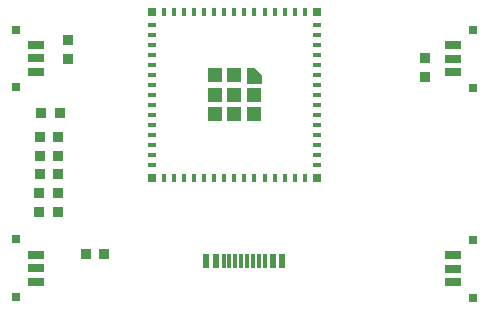
<source format=gtp>
%TF.GenerationSoftware,KiCad,Pcbnew,9.0.7*%
%TF.CreationDate,2026-02-16T08:00:12+01:00*%
%TF.ProjectId,misfits,6d697366-6974-4732-9e6b-696361645f70,1*%
%TF.SameCoordinates,Original*%
%TF.FileFunction,Paste,Top*%
%TF.FilePolarity,Positive*%
%FSLAX46Y46*%
G04 Gerber Fmt 4.6, Leading zero omitted, Abs format (unit mm)*
G04 Created by KiCad (PCBNEW 9.0.7) date 2026-02-16 08:00:12*
%MOMM*%
%LPD*%
G01*
G04 APERTURE LIST*
G04 Aperture macros list*
%AMRoundRect*
0 Rectangle with rounded corners*
0 $1 Rounding radius*
0 $2 $3 $4 $5 $6 $7 $8 $9 X,Y pos of 4 corners*
0 Add a 4 corners polygon primitive as box body*
4,1,4,$2,$3,$4,$5,$6,$7,$8,$9,$2,$3,0*
0 Add four circle primitives for the rounded corners*
1,1,$1+$1,$2,$3*
1,1,$1+$1,$4,$5*
1,1,$1+$1,$6,$7*
1,1,$1+$1,$8,$9*
0 Add four rect primitives between the rounded corners*
20,1,$1+$1,$2,$3,$4,$5,0*
20,1,$1+$1,$4,$5,$6,$7,0*
20,1,$1+$1,$6,$7,$8,$9,0*
20,1,$1+$1,$8,$9,$2,$3,0*%
G04 Aperture macros list end*
%ADD10C,0.010000*%
%ADD11R,1.350000X0.800000*%
%ADD12R,0.700000X0.700000*%
%ADD13RoundRect,0.108750X0.326250X0.356250X-0.326250X0.356250X-0.326250X-0.356250X0.326250X-0.356250X0*%
%ADD14R,0.400000X0.800000*%
%ADD15R,0.800000X0.400000*%
%ADD16R,1.200000X1.200000*%
%ADD17R,0.800000X0.800000*%
%ADD18RoundRect,0.108750X0.356250X-0.326250X0.356250X0.326250X-0.356250X0.326250X-0.356250X-0.326250X0*%
%ADD19R,0.600000X1.150000*%
%ADD20R,0.300000X1.150000*%
%ADD21RoundRect,0.108750X-0.356250X0.326250X-0.356250X-0.326250X0.356250X-0.326250X0.356250X0.326250X0*%
%ADD22RoundRect,0.108750X-0.326250X-0.356250X0.326250X-0.356250X0.326250X0.356250X-0.326250X0.356250X0*%
G04 APERTURE END LIST*
D10*
%TO.C,U1*%
X151400000Y-87110000D02*
X151400000Y-87710000D01*
X150200000Y-87710000D01*
X150200000Y-86510000D01*
X150800000Y-86510000D01*
X151400000Y-87110000D01*
G36*
X151400000Y-87110000D02*
G01*
X151400000Y-87710000D01*
X150200000Y-87710000D01*
X150200000Y-86510000D01*
X150800000Y-86510000D01*
X151400000Y-87110000D01*
G37*
%TD*%
D11*
%TO.C,S4*%
X167665000Y-104610000D03*
X167665000Y-102310000D03*
X167665000Y-103460000D03*
D12*
X169340000Y-105910000D03*
X169340000Y-101010000D03*
%TD*%
D11*
%TO.C,S3*%
X132315000Y-102290000D03*
X132315000Y-104590000D03*
X132315000Y-103440000D03*
D12*
X130640000Y-100990000D03*
X130640000Y-105890000D03*
%TD*%
D13*
%TO.C,C14*%
X134230000Y-93920000D03*
X132670000Y-93920000D03*
%TD*%
%TO.C,C17*%
X134180000Y-98700000D03*
X132620000Y-98700000D03*
%TD*%
D14*
%TO.C,U1*%
X155100000Y-81760000D03*
X154250000Y-81760000D03*
X153400000Y-81760000D03*
X152550000Y-81760000D03*
X151700000Y-81760000D03*
X150850000Y-81760000D03*
X150000000Y-81760000D03*
X149150000Y-81760000D03*
X148300000Y-81760000D03*
X147450000Y-81760000D03*
X146600000Y-81760000D03*
X145750000Y-81760000D03*
X144900000Y-81760000D03*
X144050000Y-81760000D03*
X143200000Y-81760000D03*
D15*
X142150000Y-82810000D03*
X142150000Y-83660000D03*
X142150000Y-84510000D03*
X142150000Y-85360000D03*
X142150000Y-86210000D03*
X142150000Y-87060000D03*
X142150000Y-87910000D03*
X142150000Y-88760000D03*
X142150000Y-89610000D03*
X142150000Y-90460000D03*
X142150000Y-91310000D03*
X142150000Y-92160000D03*
X142150000Y-93010000D03*
X142150000Y-93860000D03*
X142150000Y-94710000D03*
D14*
X143200000Y-95760000D03*
X144050000Y-95760000D03*
X144900000Y-95760000D03*
X145750000Y-95760000D03*
X146600000Y-95760000D03*
X147450000Y-95760000D03*
X148300000Y-95760000D03*
X149150000Y-95760000D03*
X150000000Y-95760000D03*
X150850000Y-95760000D03*
X151700000Y-95760000D03*
X152550000Y-95760000D03*
X153400000Y-95760000D03*
X154250000Y-95760000D03*
X155100000Y-95760000D03*
D15*
X156150000Y-94710000D03*
X156150000Y-93860000D03*
X156150000Y-93010000D03*
X156150000Y-92160000D03*
X156150000Y-91310000D03*
X156150000Y-90460000D03*
X156150000Y-89610000D03*
X156150000Y-88760000D03*
X156150000Y-87910000D03*
X156150000Y-87060000D03*
X156150000Y-86210000D03*
X156150000Y-85360000D03*
X156150000Y-84510000D03*
X156150000Y-83660000D03*
X156150000Y-82810000D03*
D16*
X149150000Y-88760000D03*
X150800000Y-88760000D03*
X150800000Y-90410000D03*
X149150000Y-90410000D03*
X147500000Y-90410000D03*
X147500000Y-88760000D03*
X147500000Y-87110000D03*
X149150000Y-87110000D03*
D17*
X156150000Y-81760000D03*
X142150000Y-81760000D03*
X142150000Y-95760000D03*
X156150000Y-95760000D03*
%TD*%
D13*
%TO.C,C15*%
X134220000Y-95490000D03*
X132660000Y-95490000D03*
%TD*%
%TO.C,C12*%
X134360000Y-90290000D03*
X132800000Y-90290000D03*
%TD*%
D11*
%TO.C,S2*%
X132325000Y-84520000D03*
X132325000Y-86820000D03*
X132325000Y-85670000D03*
D12*
X130650000Y-83220000D03*
X130650000Y-88120000D03*
%TD*%
D13*
%TO.C,C16*%
X134190000Y-97100000D03*
X132630000Y-97100000D03*
%TD*%
D18*
%TO.C,C7*%
X135020000Y-85680000D03*
X135020000Y-84120000D03*
%TD*%
D11*
%TO.C,S1*%
X167675000Y-86850000D03*
X167675000Y-84550000D03*
X167675000Y-85700000D03*
D12*
X169350000Y-88150000D03*
X169350000Y-83250000D03*
%TD*%
D13*
%TO.C,C13*%
X134220000Y-92320000D03*
X132660000Y-92320000D03*
%TD*%
D19*
%TO.C,J1*%
X146780000Y-102845000D03*
X147580000Y-102845000D03*
D20*
X148730000Y-102845000D03*
X149730000Y-102845000D03*
X150230000Y-102845000D03*
X151230000Y-102845000D03*
D19*
X153180000Y-102845000D03*
X152380000Y-102845000D03*
D20*
X151730000Y-102845000D03*
X150730000Y-102845000D03*
X149230000Y-102845000D03*
X148230000Y-102845000D03*
%TD*%
D21*
%TO.C,C6*%
X165310000Y-85670000D03*
X165310000Y-87230000D03*
%TD*%
D22*
%TO.C,C18*%
X136570000Y-102190000D03*
X138130000Y-102190000D03*
%TD*%
M02*

</source>
